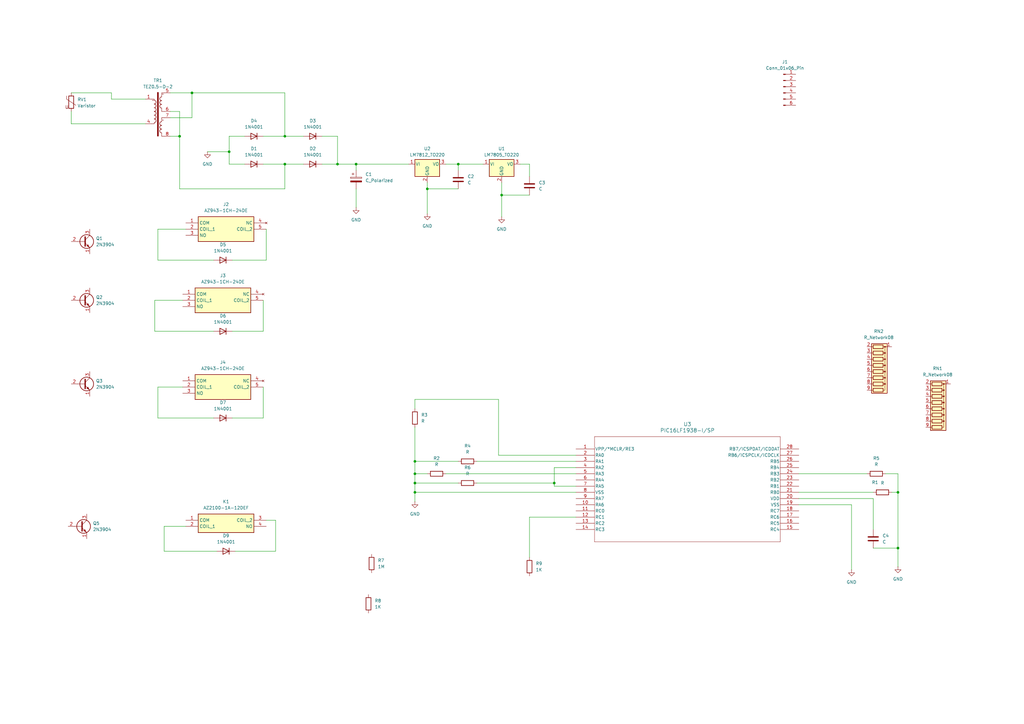
<source format=kicad_sch>
(kicad_sch (version 20250114) (generator "eeschema") (generator_version "9.0")
  (paper "A3")
  (lib_symbols
    (symbol "Connector:Conn_01x06_Pin" (pin_names (offset 1.016) (hide yes))
      (property "Reference" "J" (at 0 7.62 0))
      (property "Value" "Conn_01x06_Pin" (at 0 -10.16 0))
      (symbol "Conn_01x06_Pin_1_1"
        (rectangle (start 0.8636 5.207) (end 0 4.953) (stroke (width 0.1524)) (fill (type outline)))
        (rectangle (start 0.8636 2.667) (end 0 2.413) (stroke (width 0.1524)) (fill (type outline)))
        (rectangle (start 0.8636 0.127) (end 0 -0.127) (stroke (width 0.1524)) (fill (type outline)))
        (rectangle (start 0.8636 -2.413) (end 0 -2.667) (stroke (width 0.1524)) (fill (type outline)))
        (rectangle (start 0.8636 -4.953) (end 0 -5.207) (stroke (width 0.1524)) (fill (type outline)))
        (rectangle (start 0.8636 -7.493) (end 0 -7.747) (stroke (width 0.1524)) (fill (type outline)))
        (polyline (pts (xy 1.27 5.08) (xy 0.8636 5.08)) (stroke (width 0.1524)))
        (polyline (pts (xy 1.27 2.54) (xy 0.8636 2.54)) (stroke (width 0.1524)))
        (polyline (pts (xy 1.27 0) (xy 0.8636 0)) (stroke (width 0.1524)))
        (polyline (pts (xy 1.27 -2.54) (xy 0.8636 -2.54)) (stroke (width 0.1524)))
        (polyline (pts (xy 1.27 -5.08) (xy 0.8636 -5.08)) (stroke (width 0.1524)))
        (polyline (pts (xy 1.27 -7.62) (xy 0.8636 -7.62)) (stroke (width 0.1524)))
        (pin passive line (at 5.08 5.08 180) (length 3.81) (name "Pin_1") (number "1"))
        (pin passive line (at 5.08 2.54 180) (length 3.81) (name "Pin_2") (number "2"))
        (pin passive line (at 5.08 0 180) (length 3.81) (name "Pin_3") (number "3"))
        (pin passive line (at 5.08 -2.54 180) (length 3.81) (name "Pin_4") (number "4"))
        (pin passive line (at 5.08 -5.08 180) (length 3.81) (name "Pin_5") (number "5"))
        (pin passive line (at 5.08 -7.62 180) (length 3.81) (name "Pin_6") (number "6"))
      )
    )
    (symbol "Device:C" (pin_numbers (hide yes)) (pin_names (offset 0.254))
      (property "Reference" "C" (at 0.635 2.54 0))
      (property "Value" "C" (at 0.635 -2.54 0))
      (symbol "C_0_1"
        (polyline (pts (xy -2.032 0.762) (xy 2.032 0.762)) (stroke (width 0.508)))
        (polyline (pts (xy -2.032 -0.762) (xy 2.032 -0.762)) (stroke (width 0.508)))
      )
      (symbol "C_1_1"
        (pin passive line (at 0 3.81 270) (length 2.794) (name "~") (number "1"))
        (pin passive line (at 0 -3.81 90) (length 2.794) (name "~") (number "2"))
      )
    )
    (symbol "Device:C_Polarized" (pin_numbers (hide yes)) (pin_names (offset 0.254))
      (property "Reference" "C" (at 0.635 2.54 0))
      (property "Value" "C_Polarized" (at 0.635 -2.54 0))
      (symbol "C_Polarized_0_1"
        (rectangle (start -2.286 0.508) (end 2.286 1.016))
        (polyline (pts (xy -1.778 2.286) (xy -0.762 2.286)))
        (polyline (pts (xy -1.27 2.794) (xy -1.27 1.778)))
        (rectangle (start 2.286 -0.508) (end -2.286 -1.016) (fill (type outline)))
      )
      (symbol "C_Polarized_1_1"
        (pin passive line (at 0 3.81 270) (length 2.794) (name "~") (number "1"))
        (pin passive line (at 0 -3.81 90) (length 2.794) (name "~") (number "2"))
      )
    )
    (symbol "Device:R" (pin_numbers (hide yes)) (pin_names (offset 0))
      (property "Reference" "R" (at 2.032 0 90))
      (property "Value" "R" (at 0 0 90))
      (symbol "R_0_1"
        (rectangle (start -1.016 -2.54) (end 1.016 2.54) (stroke (width 0.254)))
      )
      (symbol "R_1_1"
        (pin passive line (at 0 3.81 270) (length 1.27) (name "~") (number "1"))
        (pin passive line (at 0 -3.81 90) (length 1.27) (name "~") (number "2"))
      )
    )
    (symbol "Device:R_Network08" (pin_names (offset 0) (hide yes))
      (property "Reference" "RN" (at -12.7 0 90))
      (property "Value" "R_Network08" (at 10.16 0 90))
      (symbol "R_Network08_0_1"
        (rectangle (start -11.43 -3.175) (end 8.89 3.175) (stroke (width 0.254)) (fill (type background)))
        (rectangle (start -10.922 1.524) (end -9.398 -2.54) (stroke (width 0.254)))
        (circle (center -10.16 2.286) (radius 0.254) (fill (type outline)))
        (polyline (pts (xy -10.16 1.524) (xy -10.16 2.286) (xy -7.62 2.286) (xy -7.62 1.524)))
        (polyline (pts (xy -10.16 -2.54) (xy -10.16 -3.81)))
        (rectangle (start -8.382 1.524) (end -6.858 -2.54) (stroke (width 0.254)))
        (circle (center -7.62 2.286) (radius 0.254) (fill (type outline)))
        (polyline (pts (xy -7.62 1.524) (xy -7.62 2.286) (xy -5.08 2.286) (xy -5.08 1.524)))
        (polyline (pts (xy -7.62 -2.54) (xy -7.62 -3.81)))
        (rectangle (start -5.842 1.524) (end -4.318 -2.54) (stroke (width 0.254)))
        (circle (center -5.08 2.286) (radius 0.254) (fill (type outline)))
        (polyline (pts (xy -5.08 1.524) (xy -5.08 2.286) (xy -2.54 2.286) (xy -2.54 1.524)))
        (polyline (pts (xy -5.08 -2.54) (xy -5.08 -3.81)))
        (rectangle (start -3.302 1.524) (end -1.778 -2.54) (stroke (width 0.254)))
        (circle (center -2.54 2.286) (radius 0.254) (fill (type outline)))
        (polyline (pts (xy -2.54 1.524) (xy -2.54 2.286) (xy 0 2.286) (xy 0 1.524)))
        (polyline (pts (xy -2.54 -2.54) (xy -2.54 -3.81)))
        (rectangle (start -0.762 1.524) (end 0.762 -2.54) (stroke (width 0.254)))
        (circle (center 0 2.286) (radius 0.254) (fill (type outline)))
        (polyline (pts (xy 0 1.524) (xy 0 2.286) (xy 2.54 2.286) (xy 2.54 1.524)))
        (polyline (pts (xy 0 -2.54) (xy 0 -3.81)))
        (rectangle (start 1.778 1.524) (end 3.302 -2.54) (stroke (width 0.254)))
        (circle (center 2.54 2.286) (radius 0.254) (fill (type outline)))
        (polyline (pts (xy 2.54 1.524) (xy 2.54 2.286) (xy 5.08 2.286) (xy 5.08 1.524)))
        (polyline (pts (xy 2.54 -2.54) (xy 2.54 -3.81)))
        (rectangle (start 4.318 1.524) (end 5.842 -2.54) (stroke (width 0.254)))
        (circle (center 5.08 2.286) (radius 0.254) (fill (type outline)))
        (polyline (pts (xy 5.08 1.524) (xy 5.08 2.286) (xy 7.62 2.286) (xy 7.62 1.524)))
        (polyline (pts (xy 5.08 -2.54) (xy 5.08 -3.81)))
        (rectangle (start 6.858 1.524) (end 8.382 -2.54) (stroke (width 0.254)))
        (polyline (pts (xy 7.62 -2.54) (xy 7.62 -3.81)))
      )
      (symbol "R_Network08_1_1"
        (pin passive line (at -10.16 5.08 270) (length 2.54) (name "common") (number "1"))
        (pin passive line (at -10.16 -5.08 90) (length 1.27) (name "R1") (number "2"))
        (pin passive line (at -7.62 -5.08 90) (length 1.27) (name "R2") (number "3"))
        (pin passive line (at -5.08 -5.08 90) (length 1.27) (name "R3") (number "4"))
        (pin passive line (at -2.54 -5.08 90) (length 1.27) (name "R4") (number "5"))
        (pin passive line (at 0 -5.08 90) (length 1.27) (name "R5") (number "6"))
        (pin passive line (at 2.54 -5.08 90) (length 1.27) (name "R6") (number "7"))
        (pin passive line (at 5.08 -5.08 90) (length 1.27) (name "R7") (number "8"))
        (pin passive line (at 7.62 -5.08 90) (length 1.27) (name "R8") (number "9"))
      )
    )
    (symbol "Device:Varistor" (pin_numbers (hide yes)) (pin_names (offset 0))
      (property "Reference" "RV" (at 3.175 0 90))
      (property "Value" "Varistor" (at -3.175 0 90))
      (symbol "Varistor_0_0"
        (text "U" (at -1.778 -2.032 0) (effects (font (size 1.27 1.27))))
      )
      (symbol "Varistor_0_1"
        (polyline (pts (xy -1.905 2.54) (xy -1.905 1.27) (xy 1.905 -1.27)))
        (rectangle (start -1.016 -2.54) (end 1.016 2.54) (stroke (width 0.254)))
      )
      (symbol "Varistor_1_1"
        (pin passive line (at 0 3.81 270) (length 1.27) (name "~") (number "1"))
        (pin passive line (at 0 -3.81 90) (length 1.27) (name "~") (number "2"))
      )
    )
    (symbol "Diode:1N4001" (pin_numbers (hide yes)) (pin_names (hide yes))
      (property "Reference" "D" (at 0 2.54 0))
      (property "Value" "1N4001" (at 0 -2.54 0))
      (symbol "1N4001_0_1"
        (polyline (pts (xy -1.27 1.27) (xy -1.27 -1.27)) (stroke (width 0.254)))
        (polyline (pts (xy 1.27 1.27) (xy 1.27 -1.27) (xy -1.27 0) (xy 1.27 1.27)) (stroke (width 0.254)))
        (polyline (pts (xy 1.27 0) (xy -1.27 0)))
      )
      (symbol "1N4001_1_1"
        (pin passive line (at -3.81 0 0) (length 2.54) (name "K") (number "1"))
        (pin passive line (at 3.81 0 180) (length 2.54) (name "A") (number "2"))
      )
    )
    (symbol "PIC16LF1933:PIC16LF1938-I_SP" (pin_names (offset 0.254))
      (property "Reference" "U" (at 45.72 10.16 0))
      (property "Value" "PIC16LF1938-I/SP" (at 45.72 7.62 0))
      (symbol "PIC16LF1938-I_SP_0_1"
        (polyline (pts (xy 7.62 5.08) (xy 7.62 -38.1)) (stroke (width 0.127)))
        (polyline (pts (xy 7.62 -38.1) (xy 83.82 -38.1)) (stroke (width 0.127)))
        (polyline (pts (xy 83.82 5.08) (xy 7.62 5.08)) (stroke (width 0.127)))
        (polyline (pts (xy 83.82 -38.1) (xy 83.82 5.08)) (stroke (width 0.127)))
        (pin bidirectional line (at 0 0 0) (length 7.62) (name "VPP/*MCLR/RE3") (number "1"))
        (pin bidirectional line (at 0 -2.54 0) (length 7.62) (name "RA0") (number "2"))
        (pin bidirectional line (at 0 -5.08 0) (length 7.62) (name "RA1") (number "3"))
        (pin bidirectional line (at 0 -7.62 0) (length 7.62) (name "RA2") (number "4"))
        (pin bidirectional line (at 0 -10.16 0) (length 7.62) (name "RA3") (number "5"))
        (pin bidirectional line (at 0 -12.7 0) (length 7.62) (name "RA4") (number "6"))
        (pin bidirectional line (at 0 -15.24 0) (length 7.62) (name "RA5") (number "7"))
        (pin power_in line (at 0 -17.78 0) (length 7.62) (name "VSS") (number "8"))
        (pin bidirectional line (at 0 -20.32 0) (length 7.62) (name "RA7") (number "9"))
        (pin bidirectional line (at 0 -22.86 0) (length 7.62) (name "RA6") (number "10"))
        (pin bidirectional line (at 0 -25.4 0) (length 7.62) (name "RC0") (number "11"))
        (pin bidirectional line (at 0 -27.94 0) (length 7.62) (name "RC1") (number "12"))
        (pin bidirectional line (at 0 -30.48 0) (length 7.62) (name "RC2") (number "13"))
        (pin bidirectional line (at 0 -33.02 0) (length 7.62) (name "RC3") (number "14"))
        (pin bidirectional line (at 91.44 0 180) (length 7.62) (name "RB7/ICSPDAT/ICDDAT") (number "28"))
        (pin bidirectional line (at 91.44 -2.54 180) (length 7.62) (name "RB6/ICSPCLK/ICDCLK") (number "27"))
        (pin bidirectional line (at 91.44 -5.08 180) (length 7.62) (name "RB5") (number "26"))
        (pin bidirectional line (at 91.44 -7.62 180) (length 7.62) (name "RB4") (number "25"))
        (pin bidirectional line (at 91.44 -10.16 180) (length 7.62) (name "RB3") (number "24"))
        (pin bidirectional line (at 91.44 -12.7 180) (length 7.62) (name "RB2") (number "23"))
        (pin bidirectional line (at 91.44 -15.24 180) (length 7.62) (name "RB1") (number "22"))
        (pin bidirectional line (at 91.44 -17.78 180) (length 7.62) (name "RB0") (number "21"))
        (pin power_in line (at 91.44 -20.32 180) (length 7.62) (name "VDD") (number "20"))
        (pin power_in line (at 91.44 -22.86 180) (length 7.62) (name "VSS") (number "19"))
        (pin bidirectional line (at 91.44 -25.4 180) (length 7.62) (name "RC7") (number "18"))
        (pin bidirectional line (at 91.44 -27.94 180) (length 7.62) (name "RC6") (number "17"))
        (pin bidirectional line (at 91.44 -30.48 180) (length 7.62) (name "RC5") (number "16"))
        (pin bidirectional line (at 91.44 -33.02 180) (length 7.62) (name "RC4") (number "15"))
      )
    )
    (symbol "Regulator_Linear:LM7805_TO220" (pin_names (offset 0.254))
      (property "Reference" "U" (at -3.81 3.175 0))
      (property "Value" "LM7805_TO220" (at 0 3.175 0))
      (symbol "LM7805_TO220_0_1"
        (rectangle (start -5.08 1.905) (end 5.08 -5.08) (stroke (width 0.254)) (fill (type background)))
      )
      (symbol "LM7805_TO220_1_1"
        (pin power_in line (at -7.62 0 0) (length 2.54) (name "VI") (number "1"))
        (pin power_in line (at 0 -7.62 90) (length 2.54) (name "GND") (number "2"))
        (pin power_out line (at 7.62 0 180) (length 2.54) (name "VO") (number "3"))
      )
    )
    (symbol "Regulator_Linear:LM7812_TO220" (pin_names (offset 0.254))
      (property "Reference" "U" (at -3.81 3.175 0))
      (property "Value" "LM7812_TO220" (at 0 3.175 0))
      (symbol "LM7812_TO220_0_1"
        (rectangle (start -5.08 1.905) (end 5.08 -5.08) (stroke (width 0.254)) (fill (type background)))
      )
      (symbol "LM7812_TO220_1_1"
        (pin power_in line (at -7.62 0 0) (length 2.54) (name "VI") (number "1"))
        (pin power_in line (at 0 -7.62 90) (length 2.54) (name "GND") (number "2"))
        (pin power_out line (at 7.62 0 180) (length 2.54) (name "VO") (number "3"))
      )
    )
    (symbol "Transformer:TEZ0.5-D-2" (pin_names (offset 0.0254))
      (property "Reference" "TR" (at 0 8.89 0))
      (property "Value" "TEZ0.5-D-2" (at 0 -11.43 0))
      (symbol "TEZ0.5-D-2_0_1"
        (circle (center -2.032 4.572) (radius 0.127))
        (arc (start -1.524 4.572) (mid -0.7653 3.81) (end -1.524 3.048) (stroke (width 0.2032)))
        (arc (start -1.524 3.048) (mid -0.7653 2.286) (end -1.524 1.524) (stroke (width 0.2032)))
        (arc (start -1.524 1.524) (mid -0.7653 0.762) (end -1.524 0) (stroke (width 0.2032)))
        (arc (start -1.524 0) (mid -0.7653 -0.762) (end -1.524 -1.524) (stroke (width 0.2032)))
        (arc (start -1.524 -1.524) (mid -0.7653 -2.286) (end -1.524 -3.048) (stroke (width 0.2032)))
        (arc (start -1.524 -3.048) (mid -0.7653 -3.81) (end -1.524 -4.572) (stroke (width 0.2032)))
        (polyline (pts (xy -1.524 4.572) (xy -1.524 5.08) (xy -2.54 5.08)))
        (polyline (pts (xy -1.524 -4.572) (xy -1.524 -5.08) (xy -2.54 -5.08)))
        (rectangle (start -0.254 7.874) (end 0.254 -10.16) (stroke (width 0.0254)) (fill (type outline)))
        (polyline (pts (xy 1.524 -8.89) (xy 1.524 -10.16) (xy 2.54 -10.16)))
        (arc (start 1.524 4.445) (mid 0.7653 5.207) (end 1.524 5.969) (stroke (width 0.2032)))
        (arc (start 1.524 2.921) (mid 0.7653 3.683) (end 1.524 4.445) (stroke (width 0.2032)))
        (arc (start 1.524 1.397) (mid 0.7653 2.159) (end 1.524 2.921) (stroke (width 0.2032)))
        (arc (start 1.524 -5.715) (mid 0.7653 -4.953) (end 1.524 -4.191) (stroke (width 0.2032)))
        (arc (start 1.524 -7.239) (mid 0.7653 -6.477) (end 1.524 -5.715) (stroke (width 0.2032)))
        (arc (start 1.524 -8.763) (mid 0.7653 -8.001) (end 1.524 -7.239) (stroke (width 0.2032)))
        (circle (center 2.032 7.112) (radius 0.127))
        (circle (center 2.032 -3.556) (radius 0.127))
        (polyline (pts (xy 2.54 7.62) (xy 1.524 7.62) (xy 1.524 6.096)))
        (polyline (pts (xy 2.54 0) (xy 1.524 0) (xy 1.524 1.27)))
        (polyline (pts (xy 2.54 -2.54) (xy 1.524 -2.54) (xy 1.524 -4.064)))
      )
      (symbol "TEZ0.5-D-2_1_1"
        (pin passive line (at -5.08 5.08 0) (length 2.54) (name "~") (number "1"))
        (pin passive line (at -5.08 -5.08 0) (length 2.54) (name "~") (number "4"))
        (pin passive line (at 5.08 7.62 180) (length 2.54) (name "~") (number "5"))
        (pin passive line (at 5.08 0 180) (length 2.54) (name "~") (number "6"))
        (pin passive line (at 5.08 -2.54 180) (length 2.54) (name "~") (number "7"))
        (pin passive line (at 5.08 -10.16 180) (length 2.54) (name "~") (number "8"))
      )
    )
    (symbol "Transistor_BJT:2N3904" (pin_names (offset 0) (hide yes))
      (property "Reference" "Q" (at 5.08 1.905 0))
      (property "Value" "2N3904" (at 5.08 0 0))
      (symbol "2N3904_0_1"
        (polyline (pts (xy -2.54 0) (xy 0.635 0)))
        (polyline (pts (xy 0.635 1.905) (xy 0.635 -1.905)) (stroke (width 0.508)))
        (circle (center 1.27 0) (radius 2.8194) (stroke (width 0.254)))
      )
      (symbol "2N3904_1_1"
        (polyline (pts (xy 0.635 0.635) (xy 2.54 2.54)))
        (polyline (pts (xy 0.635 -0.635) (xy 2.54 -2.54)))
        (polyline (pts (xy 1.27 -1.778) (xy 1.778 -1.27) (xy 2.286 -2.286) (xy 1.27 -1.778)) (fill (type outline)))
        (pin input line (at -5.08 0 0) (length 2.54) (name "B") (number "2"))
        (pin passive line (at 2.54 5.08 270) (length 2.54) (name "C") (number "3"))
        (pin passive line (at 2.54 -5.08 90) (length 2.54) (name "E") (number "1"))
      )
    )
    (symbol "cubey:AZ2100-1A-12DEF"
      (property "Reference" "K" (at 29.21 7.62 0))
      (property "Value" "AZ2100-1A-12DEF" (at 29.21 5.08 0))
      (symbol "AZ2100-1A-12DEF_1_1"
        (rectangle (start 5.08 2.54) (end 27.94 -5.08) (stroke (width 0.254)) (fill (type background)))
        (pin passive line (at 0 0 0) (length 5.08) (name "COM") (number "1"))
        (pin passive line (at 0 -2.54 0) (length 5.08) (name "COIL_1") (number "2"))
        (pin passive line (at 33.02 0 180) (length 5.08) (name "COIL_2") (number "3"))
        (pin passive line (at 33.02 -2.54 180) (length 5.08) (name "NO") (number "4"))
      )
    )
    (symbol "power:GND" (power) (pin_numbers (hide yes)) (pin_names (offset 0) (hide yes))
      (property "Value" "GND" (at 0 -3.81 0))
      (symbol "GND_0_1"
        (polyline (pts (xy 0 0) (xy 0 -1.27) (xy 1.27 -1.27) (xy 0 -2.54) (xy -1.27 -1.27) (xy 0 -1.27)))
      )
      (symbol "GND_1_1"
        (pin power_in line (at 0 0 270) (length 0) (name "~") (number "1"))
      )
    )
    (symbol "sugar:AZ943-1CH-24DE"
      (property "Reference" "J" (at 29.21 7.62 0))
      (property "Value" "AZ943-1CH-24DE" (at 29.21 5.08 0))
      (symbol "AZ943-1CH-24DE_1_1"
        (rectangle (start 5.08 2.54) (end 27.94 -7.62) (stroke (width 0.254)) (fill (type background)))
        (pin passive line (at 0 0 0) (length 5.08) (name "COM") (number "1"))
        (pin passive line (at 0 -2.54 0) (length 5.08) (name "COIL_1") (number "2"))
        (pin passive line (at 0 -5.08 0) (length 5.08) (name "NO") (number "3"))
        (pin no_connect line (at 33.02 0 180) (length 5.08) (name "NC") (number "4"))
        (pin passive line (at 33.02 -2.54 180) (length 5.08) (name "COIL_2") (number "5"))
      )
    )
  )
  (junction (at 205.74 80.01))
  (junction (at 227.33 198.12))
  (junction (at 78.74 38.1))
  (junction (at 138.43 67.31))
  (junction (at 175.26 77.47))
  (junction (at 73.66 55.88))
  (junction (at 146.05 67.31))
  (junction (at 368.3 224.79))
  (junction (at 170.18 201.93))
  (junction (at 170.18 189.23))
  (junction (at 170.18 194.31))
  (junction (at 93.98 62.23))
  (junction (at 170.18 198.12))
  (junction (at 187.96 67.31))
  (junction (at 116.84 67.31))
  (junction (at 116.84 55.88))
  (junction (at 368.3 201.93))
  (wire (pts (xy 76.2 215.9) (xy 67.31 215.9)))
  (wire (pts (xy 204.47 163.83) (xy 204.47 186.69)))
  (wire (pts (xy 146.05 69.85) (xy 146.05 67.31)))
  (wire (pts (xy 195.58 198.12) (xy 227.33 198.12)))
  (wire (pts (xy 213.36 67.31) (xy 217.17 67.31)))
  (wire (pts (xy 170.18 194.31) (xy 170.18 198.12)))
  (wire (pts (xy 146.05 67.31) (xy 138.43 67.31)))
  (wire (pts (xy 236.22 212.09) (xy 217.17 212.09)))
  (wire (pts (xy 217.17 72.39) (xy 217.17 67.31)))
  (wire (pts (xy 198.12 67.31) (xy 187.96 67.31)))
  (wire (pts (xy 96.52 226.06) (xy 113.03 226.06)))
  (wire (pts (xy 95.25 135.89) (xy 107.95 135.89)))
  (wire (pts (xy 227.33 198.12) (xy 227.33 199.39)))
  (wire (pts (xy 93.98 62.23) (xy 93.98 67.31)))
  (wire (pts (xy 187.96 198.12) (xy 170.18 198.12)))
  (wire (pts (xy 78.74 48.26) (xy 78.74 38.1)))
  (wire (pts (xy 116.84 77.47) (xy 116.84 67.31)))
  (wire (pts (xy 73.66 55.88) (xy 73.66 77.47)))
  (wire (pts (xy 327.66 207.01) (xy 349.25 207.01)))
  (wire (pts (xy 116.84 55.88) (xy 124.46 55.88)))
  (wire (pts (xy 182.88 194.31) (xy 236.22 194.31)))
  (wire (pts (xy 187.96 77.47) (xy 175.26 77.47)))
  (wire (pts (xy 327.66 194.31) (xy 355.6 194.31)))
  (wire (pts (xy 64.77 158.75) (xy 74.93 158.75)))
  (wire (pts (xy 363.22 194.31) (xy 368.3 194.31)))
  (wire (pts (xy 187.96 67.31) (xy 187.96 69.85)))
  (wire (pts (xy 146.05 67.31) (xy 167.64 67.31)))
  (wire (pts (xy 100.33 55.88) (xy 93.98 55.88)))
  (wire (pts (xy 327.66 204.47) (xy 358.14 204.47)))
  (wire (pts (xy 73.66 77.47) (xy 116.84 77.47)))
  (wire (pts (xy 73.66 45.72) (xy 69.85 45.72)))
  (wire (pts (xy 64.77 171.45) (xy 64.77 158.75)))
  (wire (pts (xy 175.26 74.93) (xy 175.26 77.47)))
  (wire (pts (xy 116.84 38.1) (xy 78.74 38.1)))
  (wire (pts (xy 87.63 135.89) (xy 63.5 135.89)))
  (wire (pts (xy 29.21 50.8) (xy 59.69 50.8)))
  (wire (pts (xy 87.63 106.68) (xy 64.77 106.68)))
  (wire (pts (xy 368.3 194.31) (xy 368.3 201.93)))
  (wire (pts (xy 368.3 232.41) (xy 368.3 224.79)))
  (wire (pts (xy 170.18 189.23) (xy 187.96 189.23)))
  (wire (pts (xy 204.47 186.69) (xy 236.22 186.69)))
  (wire (pts (xy 170.18 189.23) (xy 170.18 194.31)))
  (wire (pts (xy 29.21 45.72) (xy 29.21 50.8)))
  (wire (pts (xy 64.77 93.98) (xy 76.2 93.98)))
  (wire (pts (xy 73.66 45.72) (xy 73.66 55.88)))
  (wire (pts (xy 170.18 175.26) (xy 170.18 189.23)))
  (wire (pts (xy 67.31 226.06) (xy 88.9 226.06)))
  (wire (pts (xy 170.18 201.93) (xy 170.18 205.74)))
  (wire (pts (xy 170.18 167.64) (xy 170.18 163.83)))
  (wire (pts (xy 63.5 123.19) (xy 74.93 123.19)))
  (wire (pts (xy 146.05 77.47) (xy 146.05 85.09)))
  (wire (pts (xy 107.95 67.31) (xy 116.84 67.31)))
  (wire (pts (xy 64.77 106.68) (xy 64.77 93.98)))
  (wire (pts (xy 138.43 67.31) (xy 138.43 55.88)))
  (wire (pts (xy 227.33 191.77) (xy 227.33 198.12)))
  (wire (pts (xy 236.22 191.77) (xy 227.33 191.77)))
  (wire (pts (xy 236.22 201.93) (xy 170.18 201.93)))
  (wire (pts (xy 107.95 55.88) (xy 116.84 55.88)))
  (wire (pts (xy 78.74 38.1) (xy 69.85 38.1)))
  (wire (pts (xy 63.5 135.89) (xy 63.5 123.19)))
  (wire (pts (xy 175.26 77.47) (xy 175.26 87.63)))
  (wire (pts (xy 170.18 194.31) (xy 175.26 194.31)))
  (wire (pts (xy 116.84 55.88) (xy 116.84 38.1)))
  (wire (pts (xy 45.72 38.1) (xy 29.21 38.1)))
  (wire (pts (xy 138.43 67.31) (xy 132.08 67.31)))
  (wire (pts (xy 67.31 215.9) (xy 67.31 226.06)))
  (wire (pts (xy 87.63 171.45) (xy 64.77 171.45)))
  (wire (pts (xy 95.25 106.68) (xy 109.22 106.68)))
  (wire (pts (xy 358.14 224.79) (xy 368.3 224.79)))
  (wire (pts (xy 205.74 74.93) (xy 205.74 80.01)))
  (wire (pts (xy 109.22 106.68) (xy 109.22 93.98)))
  (wire (pts (xy 93.98 55.88) (xy 93.98 62.23)))
  (wire (pts (xy 170.18 198.12) (xy 170.18 201.93)))
  (wire (pts (xy 365.76 201.93) (xy 368.3 201.93)))
  (wire (pts (xy 107.95 135.89) (xy 107.95 123.19)))
  (wire (pts (xy 113.03 213.36) (xy 109.22 213.36)))
  (wire (pts (xy 368.3 201.93) (xy 368.3 224.79)))
  (wire (pts (xy 195.58 189.23) (xy 236.22 189.23)))
  (wire (pts (xy 116.84 67.31) (xy 124.46 67.31)))
  (wire (pts (xy 205.74 80.01) (xy 217.17 80.01)))
  (wire (pts (xy 349.25 207.01) (xy 349.25 233.68)))
  (wire (pts (xy 85.09 62.23) (xy 93.98 62.23)))
  (wire (pts (xy 205.74 80.01) (xy 205.74 88.9)))
  (wire (pts (xy 95.25 171.45) (xy 107.95 171.45)))
  (wire (pts (xy 45.72 40.64) (xy 45.72 38.1)))
  (wire (pts (xy 69.85 48.26) (xy 78.74 48.26)))
  (wire (pts (xy 217.17 212.09) (xy 217.17 228.6)))
  (wire (pts (xy 170.18 163.83) (xy 204.47 163.83)))
  (wire (pts (xy 227.33 199.39) (xy 236.22 199.39)))
  (wire (pts (xy 93.98 67.31) (xy 100.33 67.31)))
  (wire (pts (xy 182.88 67.31) (xy 187.96 67.31)))
  (wire (pts (xy 59.69 40.64) (xy 45.72 40.64)))
  (wire (pts (xy 327.66 201.93) (xy 358.14 201.93)))
  (wire (pts (xy 107.95 171.45) (xy 107.95 158.75)))
  (wire (pts (xy 113.03 226.06) (xy 113.03 213.36)))
  (wire (pts (xy 358.14 204.47) (xy 358.14 217.17)))
  (wire (pts (xy 138.43 55.88) (xy 132.08 55.88)))
  (wire (pts (xy 69.85 55.88) (xy 73.66 55.88)))
  (symbol (lib_id "Device:R_Network08") (at 360.68 152.4 270) (unit 1)
    (property "Reference" "RN2" (at 360.426 135.89 90))
    (property "Value" "R_Network08" (at 360.426 138.43 90))
    (property "Footprint" "Resistor_THT:R_Array_SIP9" (effects (hide yes)))
    (property "Datasheet" "http://www.vishay.com/docs/31509/csc.pdf" (effects (hide yes)))
    (property "Description" "8 resistor network, star topology, bussed resistors, small symbol" (effects (hide yes)))
  )
  (symbol (lib_id "Device:R") (at 170.18 171.45 0) (unit 1)
    (property "Reference" "R3" (at 172.72 170.1799 0) (effects (justify left)))
    (property "Value" "R" (at 172.72 172.7199 0) (effects (justify left)))
    (property "Description" "Resistor" (effects (hide yes)))
  )
  (symbol (lib_id "Diode:1N4001") (at 92.71 226.06 180) (unit 1)
    (property "Reference" "D9" (at 92.71 219.71 0))
    (property "Value" "1N4001" (at 92.71 222.25 0))
    (property "Footprint" "Diode_THT:D_DO-41_SOD81_P10.16mm_Horizontal" (effects (hide yes)))
    (property "Datasheet" "http://www.vishay.com/docs/88503/1n4001.pdf" (effects (hide yes)))
    (property "Description" "50V 1A General Purpose Rectifier Diode, DO-41" (effects (hide yes)))
    (property "Sim.Device" "D" (effects (hide yes)))
    (property "Sim.Pins" "1=K 2=A" (effects (hide yes)))
  )
  (symbol (lib_id "Transformer:TEZ0.5-D-2") (at 64.77 45.72 0) (unit 1)
    (property "Reference" "TR1" (at 64.77 33.02 0))
    (property "Value" "TEZ0.5-D-2" (at 64.77 35.56 0))
    (property "Footprint" "Transformer_THT:Transformer_Breve_TEZ-22x24" (effects (hide yes)))
    (property "Datasheet" "http://www.breve.pl/pdf/ANG/TEZ_ang.pdf" (effects (hide yes)))
    (property "Description" "TEZ0.5/D/x-x, 0.5VA, Dual Secondary, Cast Resin Transformer, PCB" (effects (hide yes)))
  )
  (symbol (lib_id "sugar:AZ943-1CH-24DE") (at 74.93 120.65 0) (unit 1)
    (property "Reference" "J3" (at 91.44 113.03 0))
    (property "Value" "AZ943-1CH-24DE" (at 91.44 115.57 0))
    (property "Footprint" "AZ9431CH24DE" (effects (hide yes)))
    (property "Datasheet" "https://www.azettler.com/pdfs/az943.pdf" (effects (hide yes)))
    (property "Description" "15A SUGAR CUBE RELAY" (effects (hide yes)))
    (property "Height" "15.95" (effects (hide yes)))
    (property "Manufacturer_Name" "Zettler Group" (effects (hide yes)))
    (property "Manufacturer_Part_Number" "AZ943-1CH-24DE" (effects (hide yes)))
  )
  (symbol (lib_id "Transistor_BJT:2N3904") (at 34.29 157.48 0) (unit 1)
    (property "Reference" "Q3" (at 39.37 156.2099 0) (effects (justify left)))
    (property "Value" "2N3904" (at 39.37 158.7499 0) (effects (justify left)))
    (property "Footprint" "Package_TO_SOT_THT:TO-92_Inline" (effects (hide yes)))
    (property "Datasheet" "https://www.onsemi.com/pub/Collateral/2N3903-D.PDF" (effects (hide yes)))
    (property "Description" "0.2A Ic, 40V Vce, Small Signal NPN Transistor, TO-92" (effects (hide yes)))
    (property "Sim.Device" "NPN" (effects (hide yes)))
    (property "Sim.Pins" "1=E 2=B 3=C" (effects (hide yes)))
  )
  (symbol (lib_id "Device:R") (at 191.77 189.23 90) (unit 1)
    (property "Reference" "R4" (at 191.77 182.88 90))
    (property "Value" "R" (at 191.77 185.42 90))
    (property "Description" "Resistor" (effects (hide yes)))
  )
  (symbol (lib_id "sugar:AZ943-1CH-24DE") (at 76.2 91.44 0) (unit 1)
    (property "Reference" "J2" (at 92.71 83.82 0))
    (property "Value" "AZ943-1CH-24DE" (at 92.71 86.36 0))
    (property "Footprint" "AZ9431CH24DE" (effects (hide yes)))
    (property "Datasheet" "https://www.azettler.com/pdfs/az943.pdf" (effects (hide yes)))
    (property "Description" "15A SUGAR CUBE RELAY" (effects (hide yes)))
    (property "Height" "15.95" (effects (hide yes)))
    (property "Manufacturer_Name" "Zettler Group" (effects (hide yes)))
    (property "Manufacturer_Part_Number" "AZ943-1CH-24DE" (effects (hide yes)))
  )
  (symbol (lib_id "Transistor_BJT:2N3904") (at 34.29 99.06 0) (unit 1)
    (property "Reference" "Q1" (at 39.37 97.7899 0) (effects (justify left)))
    (property "Value" "2N3904" (at 39.37 100.3299 0) (effects (justify left)))
    (property "Footprint" "Package_TO_SOT_THT:TO-92_Inline" (effects (hide yes)))
    (property "Datasheet" "https://www.onsemi.com/pub/Collateral/2N3903-D.PDF" (effects (hide yes)))
    (property "Description" "0.2A Ic, 40V Vce, Small Signal NPN Transistor, TO-92" (effects (hide yes)))
    (property "Sim.Device" "NPN" (effects (hide yes)))
    (property "Sim.Pins" "1=E 2=B 3=C" (effects (hide yes)))
  )
  (symbol (lib_id "Device:C") (at 187.96 73.66 0) (unit 1)
    (property "Reference" "C2" (at 191.77 72.3899 0) (effects (justify left)))
    (property "Value" "C" (at 191.77 74.9299 0) (effects (justify left)))
    (property "Description" "Unpolarized capacitor" (effects (hide yes)))
  )
  (symbol (lib_id "Transistor_BJT:2N3904") (at 33.02 215.9 0) (unit 1)
    (property "Reference" "Q5" (at 38.1 214.6299 0) (effects (justify left)))
    (property "Value" "2N3904" (at 38.1 217.1699 0) (effects (justify left)))
    (property "Footprint" "Package_TO_SOT_THT:TO-92_Inline" (effects (hide yes)))
    (property "Datasheet" "https://www.onsemi.com/pub/Collateral/2N3903-D.PDF" (effects (hide yes)))
    (property "Description" "0.2A Ic, 40V Vce, Small Signal NPN Transistor, TO-92" (effects (hide yes)))
    (property "Sim.Device" "NPN" (effects (hide yes)))
    (property "Sim.Pins" "1=E 2=B 3=C" (effects (hide yes)))
  )
  (symbol (lib_id "Connector:Conn_01x06_Pin") (at 321.31 35.56 0) (unit 1)
    (property "Reference" "J1" (at 321.945 25.4 0))
    (property "Value" "Conn_01x06_Pin" (at 321.945 27.94 0))
    (property "Description" "Generic connector, single row, 01x06, script generated" (effects (hide yes)))
  )
  (symbol (lib_id "Device:R") (at 179.07 194.31 270) (unit 1)
    (property "Reference" "R2" (at 179.07 187.96 90))
    (property "Value" "R" (at 179.07 190.5 90))
    (property "Description" "Resistor" (effects (hide yes)))
  )
  (symbol (lib_id "Regulator_Linear:LM7805_TO220") (at 205.74 67.31 0) (unit 1)
    (property "Reference" "U1" (at 205.74 60.96 0))
    (property "Value" "LM7805_TO220" (at 205.74 63.5 0))
    (property "Footprint" "Package_TO_SOT_THT:TO-220-3_Vertical" (effects (hide yes)))
    (property "Datasheet" "https://www.onsemi.cn/PowerSolutions/document/MC7800-D.PDF" (effects (hide yes)))
    (property "Description" "Positive 1A 35V Linear Regulator, Fixed Output 5V, TO-220" (effects (hide yes)))
  )
  (symbol (lib_id "sugar:AZ943-1CH-24DE") (at 74.93 156.21 0) (unit 1)
    (property "Reference" "J4" (at 91.44 148.59 0))
    (property "Value" "AZ943-1CH-24DE" (at 91.44 151.13 0))
    (property "Footprint" "AZ9431CH24DE" (effects (hide yes)))
    (property "Datasheet" "https://www.azettler.com/pdfs/az943.pdf" (effects (hide yes)))
    (property "Description" "15A SUGAR CUBE RELAY" (effects (hide yes)))
    (property "Height" "15.95" (effects (hide yes)))
    (property "Manufacturer_Name" "Zettler Group" (effects (hide yes)))
    (property "Manufacturer_Part_Number" "AZ943-1CH-24DE" (effects (hide yes)))
  )
  (symbol (lib_id "Diode:1N4001") (at 91.44 135.89 180) (unit 1)
    (property "Reference" "D6" (at 91.44 129.54 0))
    (property "Value" "1N4001" (at 91.44 132.08 0))
    (property "Footprint" "Diode_THT:D_DO-41_SOD81_P10.16mm_Horizontal" (effects (hide yes)))
    (property "Datasheet" "http://www.vishay.com/docs/88503/1n4001.pdf" (effects (hide yes)))
    (property "Description" "50V 1A General Purpose Rectifier Diode, DO-41" (effects (hide yes)))
    (property "Sim.Device" "D" (effects (hide yes)))
    (property "Sim.Pins" "1=K 2=A" (effects (hide yes)))
  )
  (symbol (lib_id "Device:R") (at 361.95 201.93 90) (unit 1)
    (property "Reference" "R1" (at 358.902 197.866 90))
    (property "Value" "R" (at 361.95 198.12 90))
    (property "Description" "Resistor" (effects (hide yes)))
  )
  (symbol (lib_id "Device:R") (at 217.17 232.41 0) (unit 1)
    (property "Reference" "R9" (at 219.71 231.1399 0) (effects (justify left)))
    (property "Value" "1K" (at 219.71 233.6799 0) (effects (justify left)))
    (property "Description" "Resistor" (effects (hide yes)))
  )
  (symbol (lib_id "Device:Varistor") (at 29.21 41.91 0) (unit 1)
    (property "Reference" "RV1" (at 31.75 40.8332 0) (effects (justify left)))
    (property "Value" "Varistor" (at 31.75 43.3732 0) (effects (justify left)))
    (property "Description" "Voltage dependent resistor" (effects (hide yes)))
    (property "Sim.Name" "kicad_builtin_varistor" (effects (hide yes)))
    (property "Sim.Device" "SUBCKT" (effects (hide yes)))
    (property "Sim.Pins" "1=A 2=B" (effects (hide yes)))
    (property "Sim.Params" "threshold=1k" (effects (hide yes)))
    (property "Sim.Library" "${KICAD9_SYMBOL_DIR}/Simulation_SPICE.sp" (effects (hide yes)))
  )
  (symbol (lib_id "Device:R") (at 359.41 194.31 90) (unit 1)
    (property "Reference" "R5" (at 359.41 187.96 90))
    (property "Value" "R" (at 359.41 190.5 90))
    (property "Description" "Resistor" (effects (hide yes)))
  )
  (symbol (lib_id "power:GND") (at 368.3 232.41 0) (unit 1)
    (property "Reference" "#PWR05" (effects (hide yes)))
    (property "Value" "GND" (at 368.3 237.49 0))
    (property "Description" "Power symbol creates a global label with name \"GND\" , ground" (effects (hide yes)))
  )
  (symbol (lib_id "power:GND") (at 205.74 88.9 0) (unit 1)
    (property "Reference" "#PWR02" (effects (hide yes)))
    (property "Value" "GND" (at 205.74 93.98 0))
    (property "Description" "Power symbol creates a global label with name \"GND\" , ground" (effects (hide yes)))
  )
  (symbol (lib_id "Regulator_Linear:LM7812_TO220") (at 175.26 67.31 0) (unit 1)
    (property "Reference" "U2" (at 175.26 60.96 0))
    (property "Value" "LM7812_TO220" (at 175.26 63.5 0))
    (property "Footprint" "Package_TO_SOT_THT:TO-220-3_Vertical" (effects (hide yes)))
    (property "Datasheet" "https://www.onsemi.cn/PowerSolutions/document/MC7800-D.PDF" (effects (hide yes)))
    (property "Description" "Positive 1A 35V Linear Regulator, Fixed Output 12V, TO-220" (effects (hide yes)))
  )
  (symbol (lib_id "Device:R") (at 151.13 247.65 0) (unit 1)
    (property "Reference" "R8" (at 153.67 246.3799 0) (effects (justify left)))
    (property "Value" "1K" (at 153.67 248.9199 0) (effects (justify left)))
    (property "Description" "Resistor" (effects (hide yes)))
  )
  (symbol (lib_id "PIC16LF1933:PIC16LF1938-I_SP") (at 236.22 184.15 0) (unit 1)
    (property "Reference" "U3" (at 281.94 173.99 0) (effects (font (size 1.524 1.524))))
    (property "Value" "PIC16LF1938-I/SP" (at 281.94 176.53 0) (effects (font (size 1.524 1.524))))
    (property "Footprint" "SPDIP28_300MC_MCH" (effects (hide yes)))
    (property "Datasheet" "PIC16LF1938-I/SP" (effects (hide yes)))
  )
  (symbol (lib_id "power:GND") (at 146.05 85.09 0) (unit 1)
    (property "Reference" "#PWR03" (effects (hide yes)))
    (property "Value" "GND" (at 146.05 90.17 0))
    (property "Description" "Power symbol creates a global label with name \"GND\" , ground" (effects (hide yes)))
  )
  (symbol (lib_id "power:GND") (at 349.25 233.68 0) (unit 1)
    (property "Reference" "#PWR09" (effects (hide yes)))
    (property "Value" "GND" (at 349.25 238.76 0))
    (property "Description" "Power symbol creates a global label with name \"GND\" , ground" (effects (hide yes)))
  )
  (symbol (lib_id "power:GND") (at 175.26 87.63 0) (unit 1)
    (property "Reference" "#PWR01" (effects (hide yes)))
    (property "Value" "GND" (at 175.26 92.71 0))
    (property "Description" "Power symbol creates a global label with name \"GND\" , ground" (effects (hide yes)))
  )
  (symbol (lib_id "Device:R") (at 191.77 198.12 90) (unit 1)
    (property "Reference" "R6" (at 191.77 191.77 90))
    (property "Value" "R" (at 191.77 194.31 90))
    (property "Description" "Resistor" (effects (hide yes)))
  )
  (symbol (lib_id "Diode:1N4001") (at 91.44 171.45 180) (unit 1)
    (property "Reference" "D7" (at 91.44 165.1 0))
    (property "Value" "1N4001" (at 91.44 167.64 0))
    (property "Footprint" "Diode_THT:D_DO-41_SOD81_P10.16mm_Horizontal" (effects (hide yes)))
    (property "Datasheet" "http://www.vishay.com/docs/88503/1n4001.pdf" (effects (hide yes)))
    (property "Description" "50V 1A General Purpose Rectifier Diode, DO-41" (effects (hide yes)))
    (property "Sim.Device" "D" (effects (hide yes)))
    (property "Sim.Pins" "1=K 2=A" (effects (hide yes)))
  )
  (symbol (lib_id "Transistor_BJT:2N3904") (at 34.29 123.19 0) (unit 1)
    (property "Reference" "Q2" (at 39.37 121.9199 0) (effects (justify left)))
    (property "Value" "2N3904" (at 39.37 124.4599 0) (effects (justify left)))
    (property "Footprint" "Package_TO_SOT_THT:TO-92_Inline" (effects (hide yes)))
    (property "Datasheet" "https://www.onsemi.com/pub/Collateral/2N3903-D.PDF" (effects (hide yes)))
    (property "Description" "0.2A Ic, 40V Vce, Small Signal NPN Transistor, TO-92" (effects (hide yes)))
    (property "Sim.Device" "NPN" (effects (hide yes)))
    (property "Sim.Pins" "1=E 2=B 3=C" (effects (hide yes)))
  )
  (symbol (lib_id "Diode:1N4001") (at 104.14 67.31 180) (unit 1)
    (property "Reference" "D1" (at 104.14 60.96 0))
    (property "Value" "1N4001" (at 104.14 63.5 0))
    (property "Footprint" "Diode_THT:D_DO-41_SOD81_P10.16mm_Horizontal" (effects (hide yes)))
    (property "Datasheet" "http://www.vishay.com/docs/88503/1n4001.pdf" (effects (hide yes)))
    (property "Description" "50V 1A General Purpose Rectifier Diode, DO-41" (effects (hide yes)))
    (property "Sim.Device" "D" (effects (hide yes)))
    (property "Sim.Pins" "1=K 2=A" (effects (hide yes)))
  )
  (symbol (lib_id "power:GND") (at 85.09 62.23 0) (unit 1)
    (property "Reference" "#PWR04" (effects (hide yes)))
    (property "Value" "GND" (at 85.09 67.31 0))
    (property "Description" "Power symbol creates a global label with name \"GND\" , ground" (effects (hide yes)))
  )
  (symbol (lib_id "Device:C_Polarized") (at 146.05 73.66 0) (unit 1)
    (property "Reference" "C1" (at 149.86 71.5009 0) (effects (justify left)))
    (property "Value" "C_Polarized" (at 149.86 74.0409 0) (effects (justify left)))
    (property "Description" "Polarized capacitor" (effects (hide yes)))
  )
  (symbol (lib_id "Diode:1N4001") (at 104.14 55.88 180) (unit 1)
    (property "Reference" "D4" (at 104.14 49.53 0))
    (property "Value" "1N4001" (at 104.14 52.07 0))
    (property "Footprint" "Diode_THT:D_DO-41_SOD81_P10.16mm_Horizontal" (effects (hide yes)))
    (property "Datasheet" "http://www.vishay.com/docs/88503/1n4001.pdf" (effects (hide yes)))
    (property "Description" "50V 1A General Purpose Rectifier Diode, DO-41" (effects (hide yes)))
    (property "Sim.Device" "D" (effects (hide yes)))
    (property "Sim.Pins" "1=K 2=A" (effects (hide yes)))
  )
  (symbol (lib_id "Device:C") (at 358.14 220.98 0) (unit 1)
    (property "Reference" "C4" (at 361.95 219.7099 0) (effects (justify left)))
    (property "Value" "C" (at 361.95 222.2499 0) (effects (justify left)))
    (property "Description" "Unpolarized capacitor" (effects (hide yes)))
  )
  (symbol (lib_id "Device:R_Network08") (at 384.81 167.64 270) (unit 1)
    (property "Reference" "RN1" (at 384.556 151.13 90))
    (property "Value" "R_Network08" (at 384.556 153.67 90))
    (property "Footprint" "Resistor_THT:R_Array_SIP9" (effects (hide yes)))
    (property "Datasheet" "http://www.vishay.com/docs/31509/csc.pdf" (effects (hide yes)))
    (property "Description" "8 resistor network, star topology, bussed resistors, small symbol" (effects (hide yes)))
  )
  (symbol (lib_id "Diode:1N4001") (at 91.44 106.68 180) (unit 1)
    (property "Reference" "D5" (at 91.44 100.33 0))
    (property "Value" "1N4001" (at 91.44 102.87 0))
    (property "Footprint" "Diode_THT:D_DO-41_SOD81_P10.16mm_Horizontal" (effects (hide yes)))
    (property "Datasheet" "http://www.vishay.com/docs/88503/1n4001.pdf" (effects (hide yes)))
    (property "Description" "50V 1A General Purpose Rectifier Diode, DO-41" (effects (hide yes)))
    (property "Sim.Device" "D" (effects (hide yes)))
    (property "Sim.Pins" "1=K 2=A" (effects (hide yes)))
  )
  (symbol (lib_id "Diode:1N4001") (at 128.27 67.31 180) (unit 1)
    (property "Reference" "D2" (at 128.27 60.96 0))
    (property "Value" "1N4001" (at 128.27 63.5 0))
    (property "Footprint" "Diode_THT:D_DO-41_SOD81_P10.16mm_Horizontal" (effects (hide yes)))
    (property "Datasheet" "http://www.vishay.com/docs/88503/1n4001.pdf" (effects (hide yes)))
    (property "Description" "50V 1A General Purpose Rectifier Diode, DO-41" (effects (hide yes)))
    (property "Sim.Device" "D" (effects (hide yes)))
    (property "Sim.Pins" "1=K 2=A" (effects (hide yes)))
  )
  (symbol (lib_id "Device:C") (at 217.17 76.2 0) (unit 1)
    (property "Reference" "C3" (at 220.98 74.9299 0) (effects (justify left)))
    (property "Value" "C" (at 220.98 77.4699 0) (effects (justify left)))
    (property "Description" "Unpolarized capacitor" (effects (hide yes)))
  )
  (symbol (lib_id "cubey:AZ2100-1A-12DEF") (at 76.2 213.36 0) (unit 1)
    (property "Reference" "K1" (at 92.71 205.74 0))
    (property "Value" "AZ2100-1A-12DEF" (at 92.71 208.28 0))
    (property "Footprint" "AZ21001A12DEF" (effects (hide yes)))
    (property "Datasheet" "https://www.azettler.com/pdfs/az2100.pdf" (effects (hide yes)))
    (property "Description" "General Purpose Relay SPST-NO (1 Form A) 12VDC Coil Through Hole" (effects (hide yes)))
    (property "Height" "28.194" (effects (hide yes)))
    (property "Manufacturer_Name" "Zettler Group" (effects (hide yes)))
    (property "Manufacturer_Part_Number" "AZ2100-1A-12DEF" (effects (hide yes)))
  )
  (symbol (lib_id "Diode:1N4001") (at 128.27 55.88 180) (unit 1)
    (property "Reference" "D3" (at 128.27 49.53 0))
    (property "Value" "1N4001" (at 128.27 52.07 0))
    (property "Footprint" "Diode_THT:D_DO-41_SOD81_P10.16mm_Horizontal" (effects (hide yes)))
    (property "Datasheet" "http://www.vishay.com/docs/88503/1n4001.pdf" (effects (hide yes)))
    (property "Description" "50V 1A General Purpose Rectifier Diode, DO-41" (effects (hide yes)))
    (property "Sim.Device" "D" (effects (hide yes)))
    (property "Sim.Pins" "1=K 2=A" (effects (hide yes)))
  )
  (symbol (lib_id "power:GND") (at 170.18 205.74 0) (unit 1)
    (property "Reference" "#PWR06" (effects (hide yes)))
    (property "Value" "GND" (at 170.18 210.82 0))
    (property "Description" "Power symbol creates a global label with name \"GND\" , ground" (effects (hide yes)))
  )
  (symbol (lib_id "Device:R") (at 152.4 231.14 0) (unit 1)
    (property "Reference" "R7" (at 154.94 229.8699 0) (effects (justify left)))
    (property "Value" "1M" (at 154.94 232.4099 0) (effects (justify left)))
    (property "Description" "Resistor" (effects (hide yes)))
  )
)
</source>
